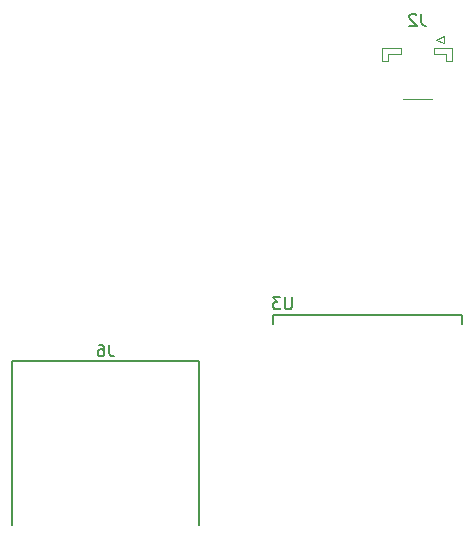
<source format=gbo>
G04 #@! TF.FileFunction,Legend,Bot*
%FSLAX46Y46*%
G04 Gerber Fmt 4.6, Leading zero omitted, Abs format (unit mm)*
G04 Created by KiCad (PCBNEW 4.0.7) date Tue Jan 16 16:57:22 2018*
%MOMM*%
%LPD*%
G01*
G04 APERTURE LIST*
%ADD10C,0.100000*%
%ADD11C,0.152400*%
%ADD12C,0.150000*%
%ADD13C,0.120000*%
G04 APERTURE END LIST*
D10*
D11*
X81984000Y-82541000D02*
X81984000Y-81779000D01*
X81984000Y-81779000D02*
X97986000Y-81779000D01*
X97986000Y-81779000D02*
X97986000Y-82541000D01*
D12*
X75700000Y-85600000D02*
X75700000Y-99550000D01*
X59900000Y-85600000D02*
X75700000Y-85600000D01*
X59900000Y-99550000D02*
X59900000Y-85600000D01*
D13*
X95450000Y-63450000D02*
X92950000Y-63450000D01*
X97150000Y-60250000D02*
X97150000Y-59150000D01*
X97150000Y-59150000D02*
X95600000Y-59150000D01*
X95600000Y-59150000D02*
X95600000Y-59650000D01*
X95600000Y-59650000D02*
X96650000Y-59650000D01*
X96650000Y-59650000D02*
X96650000Y-60250000D01*
X96650000Y-60250000D02*
X97150000Y-60250000D01*
X91250000Y-60250000D02*
X91250000Y-59150000D01*
X91250000Y-59150000D02*
X92800000Y-59150000D01*
X92800000Y-59150000D02*
X92800000Y-59650000D01*
X92800000Y-59650000D02*
X91750000Y-59650000D01*
X91750000Y-59650000D02*
X91750000Y-60250000D01*
X91750000Y-60250000D02*
X91250000Y-60250000D01*
X95825000Y-58450000D02*
X96425000Y-58150000D01*
X96425000Y-58150000D02*
X96425000Y-58750000D01*
X96425000Y-58750000D02*
X95825000Y-58450000D01*
D12*
X83561905Y-80252381D02*
X83561905Y-81061905D01*
X83514286Y-81157143D01*
X83466667Y-81204762D01*
X83371429Y-81252381D01*
X83180952Y-81252381D01*
X83085714Y-81204762D01*
X83038095Y-81157143D01*
X82990476Y-81061905D01*
X82990476Y-80252381D01*
X82609524Y-80252381D02*
X81990476Y-80252381D01*
X82323810Y-80633333D01*
X82180952Y-80633333D01*
X82085714Y-80680952D01*
X82038095Y-80728571D01*
X81990476Y-80823810D01*
X81990476Y-81061905D01*
X82038095Y-81157143D01*
X82085714Y-81204762D01*
X82180952Y-81252381D01*
X82466667Y-81252381D01*
X82561905Y-81204762D01*
X82609524Y-81157143D01*
X68133333Y-84252381D02*
X68133333Y-84966667D01*
X68180953Y-85109524D01*
X68276191Y-85204762D01*
X68419048Y-85252381D01*
X68514286Y-85252381D01*
X67228571Y-84252381D02*
X67419048Y-84252381D01*
X67514286Y-84300000D01*
X67561905Y-84347619D01*
X67657143Y-84490476D01*
X67704762Y-84680952D01*
X67704762Y-85061905D01*
X67657143Y-85157143D01*
X67609524Y-85204762D01*
X67514286Y-85252381D01*
X67323809Y-85252381D01*
X67228571Y-85204762D01*
X67180952Y-85157143D01*
X67133333Y-85061905D01*
X67133333Y-84823810D01*
X67180952Y-84728571D01*
X67228571Y-84680952D01*
X67323809Y-84633333D01*
X67514286Y-84633333D01*
X67609524Y-84680952D01*
X67657143Y-84728571D01*
X67704762Y-84823810D01*
X94533333Y-56252381D02*
X94533333Y-56966667D01*
X94580953Y-57109524D01*
X94676191Y-57204762D01*
X94819048Y-57252381D01*
X94914286Y-57252381D01*
X94104762Y-56347619D02*
X94057143Y-56300000D01*
X93961905Y-56252381D01*
X93723809Y-56252381D01*
X93628571Y-56300000D01*
X93580952Y-56347619D01*
X93533333Y-56442857D01*
X93533333Y-56538095D01*
X93580952Y-56680952D01*
X94152381Y-57252381D01*
X93533333Y-57252381D01*
M02*

</source>
